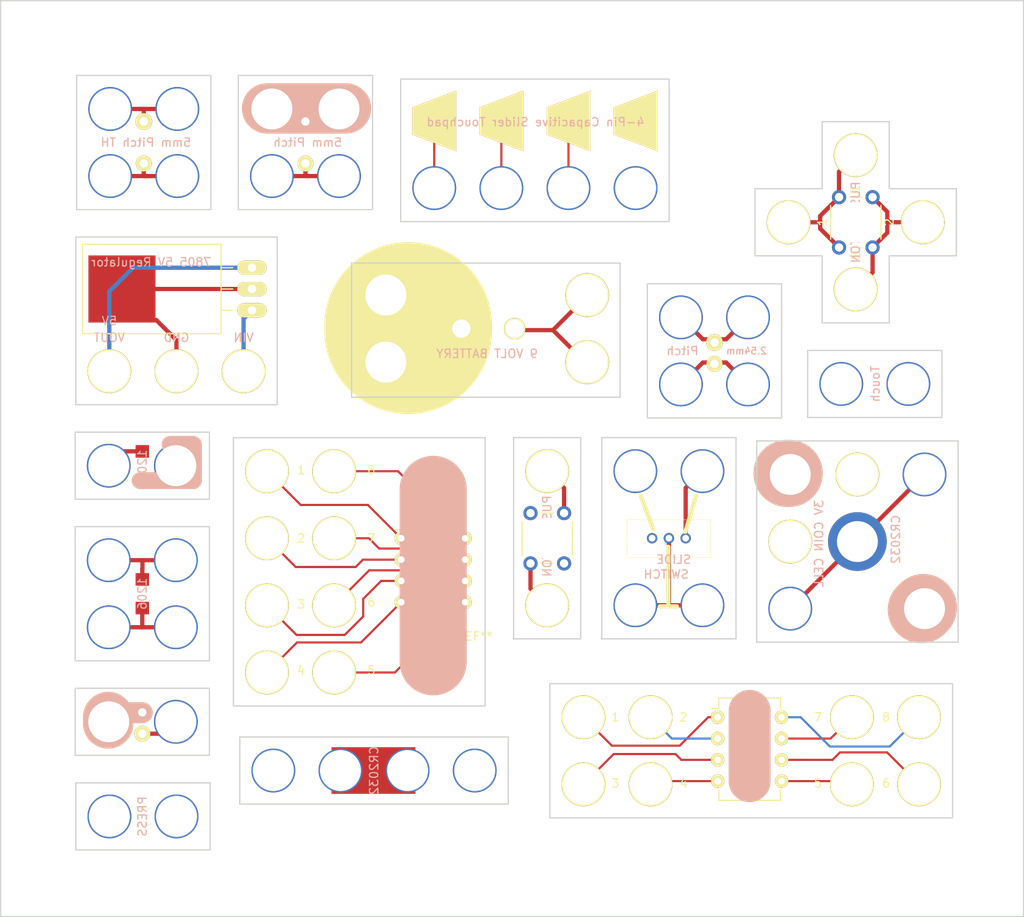
<source format=kicad_pcb>
(kicad_pcb (version 4) (host pcbnew 4.0.1-3.201512221402+6198~38~ubuntu14.04.1-stable)

  (general
    (links 0)
    (no_connects 0)
    (area 22.673848 21.357657 142.700915 121.995001)
    (thickness 1.6)
    (drawings 95)
    (tracks 155)
    (zones 0)
    (modules 18)
    (nets 1)
  )

  (page A4)
  (title_block
    (title "Lego Circuits Demo Panel")
    (date 2016-02-15)
    (rev v1.0)
    (company "Released under the CERN Open Hardware License v1.2")
    (comment 1 "Company: Brown Dog Gadgets")
  )

  (layers
    (0 F.Cu signal)
    (31 B.Cu signal)
    (34 B.Paste user)
    (35 F.Paste user)
    (36 B.SilkS user)
    (37 F.SilkS user)
    (38 B.Mask user)
    (39 F.Mask user)
    (44 Edge.Cuts user)
  )

  (setup
    (last_trace_width 0.508)
    (user_trace_width 0.1524)
    (user_trace_width 0.254)
    (user_trace_width 0.3302)
    (user_trace_width 0.508)
    (user_trace_width 0.762)
    (trace_clearance 0.254)
    (zone_clearance 0.508)
    (zone_45_only no)
    (trace_min 0.1524)
    (segment_width 0.2)
    (edge_width 0.15)
    (via_size 0.6858)
    (via_drill 0.3302)
    (via_min_size 0.6858)
    (via_min_drill 0.3302)
    (user_via 0.6858 0.3302)
    (user_via 0.762 0.4064)
    (user_via 0.8636 0.508)
    (uvia_size 0.762)
    (uvia_drill 0.508)
    (uvias_allowed no)
    (uvia_min_size 0)
    (uvia_min_drill 0)
    (pcb_text_width 0.3)
    (pcb_text_size 1.5 1.5)
    (mod_edge_width 0.15)
    (mod_text_size 1 1)
    (mod_text_width 0.15)
    (pad_size 1.524 1.524)
    (pad_drill 0.762)
    (pad_to_mask_clearance 0.2)
    (aux_axis_origin 0 0)
    (visible_elements FFFCDF7D)
    (pcbplotparams
      (layerselection 0x010f0_80000001)
      (usegerberextensions true)
      (excludeedgelayer true)
      (linewidth 0.100000)
      (plotframeref false)
      (viasonmask false)
      (mode 1)
      (useauxorigin false)
      (hpglpennumber 1)
      (hpglpenspeed 20)
      (hpglpendiameter 15)
      (hpglpenoverlay 2)
      (psnegative false)
      (psa4output false)
      (plotreference true)
      (plotvalue true)
      (plotinvisibletext false)
      (padsonsilk false)
      (subtractmaskfromsilk false)
      (outputformat 1)
      (mirror false)
      (drillshape 0)
      (scaleselection 1)
      (outputdirectory gerbers/))
  )

  (net 0 "")

  (net_class Default "This is the default net class."
    (clearance 0.254)
    (trace_width 0.1524)
    (via_dia 0.6858)
    (via_drill 0.3302)
    (uvia_dia 0.762)
    (uvia_drill 0.508)
  )

  (net_class Power ""
    (clearance 0.3302)
    (trace_width 0.508)
    (via_dia 0.762)
    (via_drill 0.4064)
    (uvia_dia 0.762)
    (uvia_drill 0.508)
  )

  (module Lego_Circuits:SWITCH-0S102011MA1QN1-TH-2x3 (layer F.Cu) (tedit 56C2D48F) (tstamp 56CDBD83)
    (at 103.968 86.968 90)
    (descr "SWITCH SPDT 0S102011MA1QN1 2x3")
    (tags "SWITCH SPDT 0S102011MA1QN1 2x3")
    (fp_text reference REF** (at 0 -12 90) (layer F.SilkS) hide
      (effects (font (size 1 1) (thickness 0.15)))
    )
    (fp_text value "SPDT 3PIN" (at 16 -3.937 90) (layer F.Fab)
      (effects (font (size 1 1) (thickness 0.15)))
    )
    (fp_text user "SLIDE " (at -2.54 -3.81 180) (layer B.SilkS)
      (effects (font (size 1 1) (thickness 0.15)) (justify mirror))
    )
    (fp_line (start 0.762 -2.032) (end 5.08 -0.762) (layer F.SilkS) (width 0.5))
    (fp_line (start 1.016 -5.842) (end 5.08 -7.366) (layer F.SilkS) (width 0.5))
    (fp_line (start -8.128 -4.064) (end -1.016 -4.064) (layer F.SilkS) (width 0.5))
    (fp_line (start -8.128 -5.08) (end -8.128 -3.048) (layer F.SilkS) (width 0.5))
    (fp_line (start -2.3 -9) (end 2.2 -9) (layer F.SilkS) (width 0.0508))
    (fp_line (start -2.3 1) (end -2.3 -9) (layer F.SilkS) (width 0.0508))
    (fp_line (start 2.2 1) (end -2.3 1) (layer F.SilkS) (width 0.0508))
    (fp_line (start 2.2 -9) (end 2.2 1) (layer F.SilkS) (width 0.0508))
    (fp_text user SWITCH (at -4.318 -4.318 180) (layer B.SilkS)
      (effects (font (size 1 1) (thickness 0.15)) (justify mirror))
    )
    (pad 2 thru_hole circle (at 8 -8 90) (size 5.23 5.23) (drill 4.88) (layers *.Cu *.Mask))
    (pad 1 thru_hole circle (at -8 0 90) (size 5.23 5.23) (drill 4.88) (layers *.Cu *.Mask))
    (pad 2 thru_hole circle (at 0 -4 180) (size 1.25 1.25) (drill 0.8) (layers *.Cu *.Mask))
    (pad 1 thru_hole circle (at 0 -2 180) (size 1.25 1.25) (drill 0.8) (layers *.Cu *.Mask))
    (pad 3 thru_hole circle (at 0 -6 180) (size 1.25 1.25) (drill 0.8) (layers *.Cu *.Mask))
    (pad "" np_thru_hole circle (at 0 -8.1 180) (size 1.5 1.5) (drill 1.5) (layers *.Cu *.Mask F.SilkS))
    (pad "" np_thru_hole circle (at 0 0.1 180) (size 1.5 1.5) (drill 1.5) (layers *.Cu *.Mask F.SilkS))
    (pad 3 thru_hole circle (at 8 0 90) (size 5.23 5.23) (drill 4.88) (layers *.Cu *.Mask))
    (pad 1 thru_hole circle (at -8 -8 90) (size 5.23 5.23) (drill 4.88) (layers *.Cu *.Mask))
  )

  (module Lego_Circuits:TO-220-Edge-3x3 (layer F.Cu) (tedit 56C2CC05) (tstamp 56CBD496)
    (at 41.275 59.05)
    (descr "TO-220 Neutral  Horizontal 3x3")
    (tags "TO-220 Neutral 3x3")
    (fp_text reference REF** (at 2.4 -3) (layer F.SilkS) hide
      (effects (font (size 1 1) (thickness 0.15)))
    )
    (fp_text value TO-220_Neutral123_Horizontal_LargePads (at -0.20066 4.24942) (layer F.Fab)
      (effects (font (size 1 1) (thickness 0.15)))
    )
    (fp_text user "7805 5V Regulator" (at -3 -5) (layer B.SilkS)
      (effects (font (size 1 1) (thickness 0.15)) (justify mirror))
    )
    (fp_line (start 5.317 0.74) (end 6.714 0.74) (layer F.SilkS) (width 0.15))
    (fp_line (start 5.317 -1.8) (end 6.714 -1.8) (layer F.SilkS) (width 0.15))
    (fp_line (start 5.317 -4.34) (end 6.714 -4.34) (layer F.SilkS) (width 0.15))
    (fp_line (start -3.192 -7.134) (end -11.193 -7.134) (layer F.SilkS) (width 0.15))
    (fp_line (start -11.193 -7.134) (end -11.193 3.534) (layer F.SilkS) (width 0.15))
    (fp_line (start -11.193 3.534) (end -3.192 3.534) (layer F.SilkS) (width 0.15))
    (fp_line (start 5.317 -7.134) (end -3.192 -7.134) (layer F.SilkS) (width 0.15))
    (fp_line (start -3.192 3.534) (end 5.317 3.534) (layer F.SilkS) (width 0.15))
    (fp_line (start 5.317 -1.8) (end 5.317 3.534) (layer F.SilkS) (width 0.15))
    (fp_line (start 5.317 -1.8) (end 5.317 -7.134) (layer F.SilkS) (width 0.15))
    (fp_text user VIN (at 8 4) (layer B.SilkS)
      (effects (font (size 1 1) (thickness 0.15)) (justify mirror))
    )
    (fp_text user GND (at 0 4) (layer B.SilkS)
      (effects (font (size 1 1) (thickness 0.15)) (justify mirror))
    )
    (fp_text user VOUT (at -8 4) (layer B.SilkS)
      (effects (font (size 1 1) (thickness 0.15)) (justify mirror))
    )
    (fp_text user 5V (at -8 2) (layer B.SilkS)
      (effects (font (size 1 1) (thickness 0.15)) (justify mirror))
    )
    (pad 2 thru_hole oval (at 9 -1.8 180) (size 3.50012 1.69926) (drill 1.00076) (layers *.Cu *.Mask F.SilkS))
    (pad 1 thru_hole oval (at 9 0.74 180) (size 3.50012 1.69926) (drill 1.00076) (layers *.Cu *.Mask F.SilkS))
    (pad 3 thru_hole oval (at 9 -4.34 180) (size 3.50012 1.69926) (drill 1.00076) (layers *.Cu *.Mask F.SilkS))
    (pad GND smd rect (at -6.494 -1.8 180) (size 8 8) (layers F.Cu F.Paste F.Mask))
    (pad 3 thru_hole circle (at -8 8 90) (size 5.23 5.23) (drill 4.88) (layers *.Cu *.Mask F.SilkS))
    (pad 1 thru_hole circle (at 8 8 90) (size 5.23 5.23) (drill 4.88) (layers *.Cu *.Mask F.SilkS))
    (pad 2 thru_hole circle (at 0 8 90) (size 5.23 5.23) (drill 4.88) (layers *.Cu *.Mask F.SilkS))
  )

  (module Lego_Circuits:CR2032-3x3-B (layer F.Cu) (tedit 56C2D03E) (tstamp 56CBDE1C)
    (at 122.434 87.366 270)
    (descr "CR2032 COIN CELL 3x3")
    (tags "CR2032 COIN CELL 3x3")
    (fp_text reference REF** (at 0 -16 270) (layer F.SilkS) hide
      (effects (font (size 1 1) (thickness 0.15)))
    )
    (fp_text value CR2032 (at 0 -16 270) (layer F.Fab)
      (effects (font (size 1 1) (thickness 0.15)))
    )
    (fp_text user CR2032 (at -0.254 -4.572 270) (layer B.SilkS)
      (effects (font (size 1 1) (thickness 0.15)) (justify mirror))
    )
    (fp_line (start -8.128 8.128) (end -8.128 8.382) (layer F.SilkS) (width 8))
    (fp_line (start 7.874 -7.874) (end 8.128 -7.62) (layer B.SilkS) (width 8))
    (fp_line (start 7.874 -7.874) (end 8.128 -7.62) (layer F.SilkS) (width 8))
    (fp_line (start -8.128 8.128) (end -8.128 8.382) (layer B.SilkS) (width 8))
    (fp_text user "3V COIN CELL" (at 0.254 4.572 270) (layer B.SilkS)
      (effects (font (size 1 1) (thickness 0.15)) (justify mirror))
    )
    (pad GND thru_hole circle (at 0 0 270) (size 7 7) (drill 4.88) (layers *.Cu *.Mask))
    (pad "" np_thru_hole circle (at -8 0 270) (size 5.23 5.23) (drill 4.88) (layers *.Cu *.Mask F.SilkS))
    (pad + thru_hole circle (at 8 -8 270) (size 5.23 5.23) (drill 4.88) (layers *.Cu *.Mask))
    (pad GND thru_hole circle (at -8 -8 270) (size 5.23 5.23) (drill 4.88) (layers *.Cu *.Mask))
    (pad + thru_hole circle (at -8 8 270) (size 5.23 5.23) (drill 4.88) (layers *.Cu *.Mask))
    (pad GND thru_hole circle (at 8 8 270) (size 5.23 5.23) (drill 4.88) (layers *.Cu *.Mask))
    (pad "" np_thru_hole circle (at 0 -8 270) (size 4.88 4.88) (drill 4.88) (layers *.Cu *.Mask F.SilkS))
    (pad "" np_thru_hole circle (at 8 0 270) (size 4.88 4.88) (drill 4.88) (layers *.Cu *.Mask))
    (pad "" np_thru_hole circle (at 0 8 270) (size 5.23 5.23) (drill 4.88) (layers *.Cu *.Mask F.SilkS))
  )

  (module Lego_Circuits:SWITCH-RS-032G05A3-SMT-1x2 (layer F.Cu) (tedit 56C2D338) (tstamp 56CD99E4)
    (at 41.285 120.145 180)
    (descr "RS-032G05A3 Press Switch 1x2")
    (tags "RS-032G05A3 Press Switch 1x2")
    (fp_text reference REF** (at 4 -5 180) (layer F.SilkS) hide
      (effects (font (size 1 1) (thickness 0.15)))
    )
    (fp_text value RS-032G05A3 (at 16 -3.937 180) (layer F.Fab)
      (effects (font (size 1 1) (thickness 0.15)))
    )
    (fp_text user PRESS (at 4.064 0 270) (layer B.SilkS)
      (effects (font (size 1 1) (thickness 0.15)) (justify mirror))
    )
    (fp_line (start 3 1) (end 5 1) (layer F.SilkS) (width 0.0508))
    (fp_line (start 3 -1) (end 5 -1) (layer F.SilkS) (width 0.0508))
    (pad 2 thru_hole circle (at 8 0 180) (size 5.23 5.23) (drill 4.88) (layers *.Cu *.Mask))
    (pad 1 thru_hole circle (at 0 0 180) (size 5.23 5.23) (drill 4.88) (layers *.Cu *.Mask))
  )

  (module Lego_Circuits:GENERIC-SMT-1206-2x2-CENTER (layer F.Cu) (tedit 56C2D6B8) (tstamp 56D2BDE2)
    (at 37.205 93.59)
    (descr "1206 surface mount centered 2x2")
    (fp_text reference REF** (at 0 8.266563) (layer F.SilkS) hide
      (effects (font (size 1 1) (thickness 0.15)))
    )
    (fp_text value 1206-SMT-3x3 (at 0 10) (layer F.Fab)
      (effects (font (size 1 1) (thickness 0.15)))
    )
    (fp_text user 1206 (at 0 0 90) (layer B.SilkS)
      (effects (font (size 1 1) (thickness 0.15)) (justify mirror))
    )
    (pad 1 smd rect (at 0 -1.71) (size 1.6 1.5) (layers F.Cu F.Paste F.Mask))
    (pad 2 thru_hole circle (at -4 4) (size 5.23 5.23) (drill 4.88) (layers *.Cu *.Mask))
    (pad 1 thru_hole circle (at -4 -4) (size 5.23 5.23) (drill 4.88) (layers *.Cu *.Mask))
    (pad 1 thru_hole circle (at 4 -4) (size 5.23 5.23) (drill 4.88) (layers *.Cu *.Mask))
    (pad 2 thru_hole circle (at 4 4) (size 5.23 5.23) (drill 4.88) (layers *.Cu *.Mask))
    (pad 1 smd rect (at 0 1.71) (size 1.6 1.5) (layers F.Cu F.Paste F.Mask))
  )

  (module Lego_Circuits:GENERIC-2.54MM-TH-1x2-CENTER-POLARIZED (layer F.Cu) (tedit 56C2DD03) (tstamp 56D62B0B)
    (at 37.205 112.86)
    (descr "2.54mm pitch through hole polarized 1x2")
    (fp_text reference REF** (at 0 0) (layer F.SilkS) hide
      (effects (font (size 1 1) (thickness 0.15)))
    )
    (fp_text value GENERIC-TH-2.54MM-PITCH (at 0 10) (layer F.Fab)
      (effects (font (size 1 1) (thickness 0.15)))
    )
    (fp_line (start -4.064 -5.08) (end 0 -5.08) (layer B.SilkS) (width 2.5))
    (fp_line (start -4.064 -3.81) (end -4.064 -4.572) (layer B.SilkS) (width 6))
    (fp_line (start -4.064 -3.81) (end -4.064 -4.318) (layer B.SilkS) (width 6))
    (fp_line (start -4.064 -5.08) (end 0 -5.08) (layer F.SilkS) (width 2.5))
    (fp_line (start -4.064 -3.81) (end -4.064 -4.318) (layer F.SilkS) (width 6))
    (fp_line (start -4.064 -3.81) (end -4.064 -4.572) (layer F.SilkS) (width 6))
    (pad + thru_hole circle (at 0 -5.12) (size 2 2) (drill 1.00076) (layers *.Cu *.Mask F.SilkS))
    (pad - thru_hole circle (at 0 -2.58 270) (size 1.9 1.9) (drill 1.00076) (layers *.Cu *.Mask F.SilkS))
    (pad + thru_hole circle (at -4 -4) (size 5.23 5.23) (drill 4.88) (layers *.Cu *.Mask))
    (pad - thru_hole circle (at 4 -4) (size 5.23 5.23) (drill 4.88) (layers *.Cu *.Mask))
  )

  (module Lego_Circuits:GENERIC-2.54MM-TH-2x2-CENTER (layer F.Cu) (tedit 56C2DC4C) (tstamp 56D7DB68)
    (at 105.4 64.632)
    (descr "2.54mm pitch through hole centered 2x2")
    (fp_text reference REF** (at 0 8.266563) (layer F.SilkS) hide
      (effects (font (size 1 1) (thickness 0.15)))
    )
    (fp_text value GENERIC-TH-2.54MM-PITCH (at 0 10) (layer F.Fab)
      (effects (font (size 1 1) (thickness 0.15)))
    )
    (fp_text user Pitch (at -3.81 0) (layer B.SilkS)
      (effects (font (size 1 1) (thickness 0.15)) (justify mirror))
    )
    (fp_text user 2.54mm (at 3.81 0) (layer B.SilkS)
      (effects (font (size 0.8 0.8) (thickness 0.15)) (justify mirror))
    )
    (pad 1 thru_hole circle (at 0 -1) (size 2 2) (drill 1.00076) (layers *.Cu *.Mask F.SilkS))
    (pad 2 thru_hole circle (at 0 1.54 270) (size 1.9 1.9) (drill 1.00076) (layers *.Cu *.Mask F.SilkS))
    (pad 2 thru_hole circle (at -4 4) (size 5.23 5.23) (drill 4.88) (layers *.Cu *.Mask))
    (pad 1 thru_hole circle (at -4 -4) (size 5.23 5.23) (drill 4.88) (layers *.Cu *.Mask))
    (pad 1 thru_hole circle (at 4 -4) (size 5.23 5.23) (drill 4.88) (layers *.Cu *.Mask))
    (pad 2 thru_hole circle (at 4 4) (size 5.23 5.23) (drill 4.88) (layers *.Cu *.Mask))
  )

  (module Lego_Circuits:GENERIC-SMT-1206-1x2-CENTER (layer F.Cu) (tedit 56C2DDA0) (tstamp 56DB4025)
    (at 37.205 78.32)
    (descr "1206 surface mount centered 1x2")
    (fp_text reference REF** (at 0 8.266563) (layer F.SilkS) hide
      (effects (font (size 1 1) (thickness 0.15)))
    )
    (fp_text value GENERIC-SMT-1206-1x2-CENTER (at 0 10) (layer F.Fab)
      (effects (font (size 1 1) (thickness 0.15)))
    )
    (fp_text user 1206 (at 0 0 90) (layer B.SilkS)
      (effects (font (size 1 1) (thickness 0.15)) (justify mirror))
    )
    (fp_line (start -0.254 1.778) (end 6.096 1.778) (layer F.SilkS) (width 2))
    (fp_line (start 6.096 1.778) (end 6.096 -2.286) (layer B.SilkS) (width 2))
    (fp_line (start 6.096 -2.54) (end 3.302 -2.54) (layer B.SilkS) (width 2))
    (fp_line (start 6.096 -2.54) (end 3.302 -2.54) (layer F.SilkS) (width 2))
    (fp_line (start 6.096 1.778) (end 6.096 -2.286) (layer F.SilkS) (width 2))
    (fp_line (start -0.254 1.778) (end 6.096 1.778) (layer B.SilkS) (width 2))
    (pad - smd rect (at 0 -1.71) (size 1.6 1.5) (layers F.Cu F.Paste F.Mask))
    (pad - thru_hole circle (at -4 0) (size 5.23 5.23) (drill 4.88) (layers *.Cu *.Mask))
    (pad + thru_hole circle (at 4 0) (size 5.23 5.23) (drill 4.88) (layers *.Cu *.Mask))
    (pad + smd rect (at 0 1.71) (size 1.6 1.5) (layers F.Cu F.Paste F.Mask))
  )

  (module Lego_Circuits:CAPSENSE-1x2 (layer F.Cu) (tedit 56C2DE2C) (tstamp 56DCFBE1)
    (at 120.51 68.57)
    (descr "Capsense Touch Pad 1x2")
    (tags "Capsense Touch Pad 1x2")
    (fp_text reference REF** (at 0 -8) (layer F.SilkS) hide
      (effects (font (size 1 1) (thickness 0.15)))
    )
    (fp_text value CAPSENSE-1x2 (at 16 -3.937) (layer F.Fab)
      (effects (font (size 1 1) (thickness 0.15)))
    )
    (fp_text user Touch (at 4.064 0 90) (layer B.SilkS)
      (effects (font (size 1 1) (thickness 0.15)) (justify mirror))
    )
    (pad 1 thru_hole circle (at 0 0) (size 5.23 5.23) (drill 4.88) (layers *.Cu *.Mask))
    (pad 2 thru_hole circle (at 8 0) (size 5.23 5.23) (drill 4.88) (layers *.Cu *.Mask))
  )

  (module Lego_Circuits:CAPSENSE-SLIDE-2x4 (layer F.Cu) (tedit 56C2DE66) (tstamp 56DEB093)
    (at 96 45.215 90)
    (descr "Touch Sensor Capsense Slider 4x2")
    (tags "Touch Sensor Capsense Slider 4x2")
    (fp_text reference REF** (at 0 -32 90) (layer F.SilkS) hide
      (effects (font (size 1 1) (thickness 0.15)))
    )
    (fp_text value CAPSENSE-4PIN-SLIDER (at 16 -3.937 90) (layer F.Fab)
      (effects (font (size 1 1) (thickness 0.15)))
    )
    (fp_text user "4-Pin Capacitive Slider Touchpad" (at 7.874 -11.938 180) (layer B.SilkS)
      (effects (font (size 1 1) (thickness 0.15)) (justify mirror))
    )
    (pad 4 thru_hole circle (at 0 0 90) (size 5.23 5.23) (drill 4.88) (layers *.Cu *.Mask))
    (pad 3 thru_hole circle (at 0 -8 90) (size 5.23 5.23) (drill 4.88) (layers *.Cu *.Mask))
    (pad 2 thru_hole circle (at 0 -16 90) (size 5.23 5.23) (drill 4.88) (layers *.Cu *.Mask))
    (pad 1 thru_hole circle (at 0 -24 90) (size 5.23 5.23) (drill 4.88) (layers *.Cu *.Mask))
    (pad 1 smd trapezoid (at 8 -24 90) (size 5.23 5.23) (rect_delta 0 2 ) (layers F.Cu F.SilkS))
    (pad 2 smd trapezoid (at 8 -16 90) (size 5.23 5.23) (rect_delta 0 2 ) (layers F.Cu F.SilkS))
    (pad 3 smd trapezoid (at 8 -8 90) (size 5.23 5.23) (rect_delta 0 2 ) (layers F.Cu F.SilkS))
    (pad 4 smd trapezoid (at 8 0 90) (size 5.23 5.23) (rect_delta 0 2 ) (layers F.Cu F.SilkS))
    (model LEDs.3dshapes/LED-5MM.wrl
      (at (xyz 0.05 0 0))
      (scale (xyz 1 1 1))
      (rotate (xyz 0 0 90))
    )
  )

  (module Lego_Circuits:DIP8-BRIDGE-2x6 (layer F.Cu) (tedit 56C2E02B) (tstamp 56E06F12)
    (at 105.78 108.318)
    (descr "8-lead dip package, row spacing 7.62 mm (300 mils)")
    (tags "dil dip 2.54 300")
    (fp_text reference REF** (at 0 -5.22) (layer F.SilkS) hide
      (effects (font (size 1 1) (thickness 0.15)))
    )
    (fp_text value DIP-8_W7.62mm (at 0 -3.72) (layer F.Fab)
      (effects (font (size 1 1) (thickness 0.15)))
    )
    (fp_line (start 3.81 -0.762) (end 3.81 7.62) (layer B.SilkS) (width 5))
    (fp_text user 1 (at -12.192 0) (layer F.SilkS)
      (effects (font (size 1 1) (thickness 0.15)))
    )
    (fp_line (start -1.05 -2.45) (end -1.05 10.1) (layer F.CrtYd) (width 0.05))
    (fp_line (start 8.65 -2.45) (end 8.65 10.1) (layer F.CrtYd) (width 0.05))
    (fp_line (start -1.05 -2.45) (end 8.65 -2.45) (layer F.CrtYd) (width 0.05))
    (fp_line (start -1.05 10.1) (end 8.65 10.1) (layer F.CrtYd) (width 0.05))
    (fp_line (start 0.135 -2.295) (end 0.135 -1.025) (layer F.SilkS) (width 0.15))
    (fp_line (start 7.485 -2.295) (end 7.485 -1.025) (layer F.SilkS) (width 0.15))
    (fp_line (start 7.485 9.915) (end 7.485 8.645) (layer F.SilkS) (width 0.15))
    (fp_line (start 0.135 9.915) (end 0.135 8.645) (layer F.SilkS) (width 0.15))
    (fp_line (start 0.135 -2.295) (end 7.485 -2.295) (layer F.SilkS) (width 0.15))
    (fp_line (start 0.135 9.915) (end 7.485 9.915) (layer F.SilkS) (width 0.15))
    (fp_line (start 0.135 -1.025) (end -0.8 -1.025) (layer F.SilkS) (width 0.15))
    (fp_text user 2 (at -4.064 0) (layer F.SilkS)
      (effects (font (size 1 1) (thickness 0.15)))
    )
    (fp_text user 3 (at -12.192 7.874) (layer F.SilkS)
      (effects (font (size 1 1) (thickness 0.15)))
    )
    (fp_text user 4 (at -4.064 7.874) (layer F.SilkS)
      (effects (font (size 1 1) (thickness 0.15)))
    )
    (fp_text user 7 (at 11.938 0) (layer F.SilkS)
      (effects (font (size 1 1) (thickness 0.15)))
    )
    (fp_text user 8 (at 20.066 0) (layer F.SilkS)
      (effects (font (size 1 1) (thickness 0.15)))
    )
    (fp_text user 5 (at 11.938 7.874) (layer F.SilkS)
      (effects (font (size 1 1) (thickness 0.15)))
    )
    (fp_text user 6 (at 20.066 7.874) (layer F.SilkS)
      (effects (font (size 1 1) (thickness 0.15)))
    )
    (pad 1 thru_hole oval (at 0 0) (size 1.6 1.6) (drill 0.8) (layers *.Cu *.Mask F.SilkS))
    (pad 2 thru_hole oval (at 0 2.54) (size 1.6 1.6) (drill 0.8) (layers *.Cu *.Mask F.SilkS))
    (pad 3 thru_hole oval (at 0 5.08) (size 1.6 1.6) (drill 0.8) (layers *.Cu *.Mask F.SilkS))
    (pad 4 thru_hole oval (at 0 7.62) (size 1.6 1.6) (drill 0.8) (layers *.Cu *.Mask F.SilkS))
    (pad 5 thru_hole oval (at 7.62 7.62) (size 1.6 1.6) (drill 0.8) (layers *.Cu *.Mask F.SilkS))
    (pad 6 thru_hole oval (at 7.62 5.08) (size 1.6 1.6) (drill 0.8) (layers *.Cu *.Mask F.SilkS))
    (pad 7 thru_hole oval (at 7.62 2.54) (size 1.6 1.6) (drill 0.8) (layers *.Cu *.Mask F.SilkS))
    (pad 8 thru_hole oval (at 7.62 0) (size 1.6 1.6) (drill 0.8) (layers *.Cu *.Mask F.SilkS))
    (pad 4 thru_hole circle (at -8 8) (size 5.23 5.23) (drill 4.88) (layers *.Cu *.Mask F.SilkS))
    (pad 2 thru_hole circle (at -8 0) (size 5.23 5.23) (drill 4.88) (layers *.Cu *.Mask F.SilkS))
    (pad 1 thru_hole circle (at -16 0) (size 5.23 5.23) (drill 4.88) (layers *.Cu *.Mask F.SilkS))
    (pad 3 thru_hole circle (at -16 8) (size 5.23 5.23) (drill 4.88) (layers *.Cu *.Mask F.SilkS))
    (pad 7 thru_hole circle (at 16 0) (size 5.23 5.23) (drill 4.88) (layers *.Cu *.Mask F.SilkS))
    (pad 5 thru_hole circle (at 16 8) (size 5.23 5.23) (drill 4.88) (layers *.Cu *.Mask F.SilkS))
    (pad 6 thru_hole circle (at 24 8) (size 5.23 5.23) (drill 4.88) (layers *.Cu *.Mask F.SilkS))
    (pad 8 thru_hole circle (at 24 0) (size 5.23 5.23) (drill 4.88) (layers *.Cu *.Mask F.SilkS))
    (model Housings_DIP.3dshapes/DIP-8_W7.62mm.wrl
      (at (xyz 0 0 0))
      (scale (xyz 1 1 1))
      (rotate (xyz 0 0 0))
    )
  )

  (module Lego_Circuits:DIP8-EDGE-4x4 (layer F.Cu) (tedit 56C2DFA5) (tstamp 56E22003)
    (at 68.066 86.98)
    (descr "8-lead dip package, row spacing 7.62 mm (300 mils)")
    (tags "dil dip 2.54 300")
    (fp_text reference REF** (at 0 -5.22) (layer F.SilkS) hide
      (effects (font (size 1 1) (thickness 0.15)))
    )
    (fp_text value DIP-8_W7.62mm (at 0 -3.72) (layer F.Fab)
      (effects (font (size 1 1) (thickness 0.15)))
    )
    (fp_line (start 3.81 14.732) (end 3.81 -5.842) (layer B.SilkS) (width 8))
    (fp_text user 1 (at -11.938 -8.128) (layer F.SilkS)
      (effects (font (size 1 1) (thickness 0.15)))
    )
    (fp_line (start -1.05 -2.45) (end -1.05 10.1) (layer F.CrtYd) (width 0.05))
    (fp_line (start 8.65 -2.45) (end 8.65 10.1) (layer F.CrtYd) (width 0.05))
    (fp_line (start -1.05 -2.45) (end 8.65 -2.45) (layer F.CrtYd) (width 0.05))
    (fp_line (start -1.05 10.1) (end 8.65 10.1) (layer F.CrtYd) (width 0.05))
    (fp_line (start 0.135 -2.295) (end 0.135 -1.025) (layer F.SilkS) (width 0.15))
    (fp_line (start 7.485 -2.295) (end 7.485 -1.025) (layer F.SilkS) (width 0.15))
    (fp_line (start 7.485 9.915) (end 7.485 8.645) (layer F.SilkS) (width 0.15))
    (fp_line (start 0.135 9.915) (end 0.135 8.645) (layer F.SilkS) (width 0.15))
    (fp_line (start 0.135 -2.295) (end 7.485 -2.295) (layer F.SilkS) (width 0.15))
    (fp_line (start 0.135 9.915) (end 7.485 9.915) (layer F.SilkS) (width 0.15))
    (fp_line (start 0.135 -1.025) (end -0.8 -1.025) (layer F.SilkS) (width 0.15))
    (fp_text user 8 (at -3.556 -8.128) (layer F.SilkS)
      (effects (font (size 1 1) (thickness 0.15)))
    )
    (fp_text user 2 (at -11.938 0) (layer F.SilkS)
      (effects (font (size 1 1) (thickness 0.15)))
    )
    (fp_text user 3 (at -11.938 7.874) (layer F.SilkS)
      (effects (font (size 1 1) (thickness 0.15)))
    )
    (fp_text user 4 (at -11.938 15.748) (layer F.SilkS)
      (effects (font (size 1 1) (thickness 0.15)))
    )
    (fp_text user 5 (at -3.556 15.748) (layer F.SilkS)
      (effects (font (size 1 1) (thickness 0.15)))
    )
    (fp_text user 6 (at -3.556 7.62) (layer F.SilkS)
      (effects (font (size 1 1) (thickness 0.15)))
    )
    (fp_text user 7 (at -3.556 0) (layer F.SilkS)
      (effects (font (size 1 1) (thickness 0.15)))
    )
    (pad 1 thru_hole oval (at 0 0) (size 1.6 1.6) (drill 0.8) (layers *.Cu *.Mask F.SilkS))
    (pad 2 thru_hole oval (at 0 2.54) (size 1.6 1.6) (drill 0.8) (layers *.Cu *.Mask F.SilkS))
    (pad 3 thru_hole oval (at 0 5.08) (size 1.6 1.6) (drill 0.8) (layers *.Cu *.Mask F.SilkS))
    (pad 4 thru_hole oval (at 0 7.62) (size 1.6 1.6) (drill 0.8) (layers *.Cu *.Mask F.SilkS))
    (pad 5 thru_hole oval (at 7.62 7.62) (size 1.6 1.6) (drill 0.8) (layers *.Cu *.Mask F.SilkS))
    (pad 6 thru_hole oval (at 7.62 5.08) (size 1.6 1.6) (drill 0.8) (layers *.Cu *.Mask F.SilkS))
    (pad 7 thru_hole oval (at 7.62 2.54) (size 1.6 1.6) (drill 0.8) (layers *.Cu *.Mask F.SilkS))
    (pad 8 thru_hole oval (at 7.62 0) (size 1.6 1.6) (drill 0.8) (layers *.Cu *.Mask F.SilkS))
    (pad 4 thru_hole circle (at -16 16) (size 5.23 5.23) (drill 4.88) (layers *.Cu *.Mask F.SilkS))
    (pad 2 thru_hole circle (at -16 0) (size 5.23 5.23) (drill 4.88) (layers *.Cu *.Mask F.SilkS))
    (pad 1 thru_hole circle (at -16 -8) (size 5.23 5.23) (drill 4.88) (layers *.Cu *.Mask F.SilkS))
    (pad 3 thru_hole circle (at -16 8) (size 5.23 5.23) (drill 4.88) (layers *.Cu *.Mask F.SilkS))
    (pad 7 thru_hole circle (at -8 0) (size 5.23 5.23) (drill 4.88) (layers *.Cu *.Mask F.SilkS))
    (pad 5 thru_hole circle (at -8 16) (size 5.23 5.23) (drill 4.88) (layers *.Cu *.Mask F.SilkS))
    (pad 6 thru_hole circle (at -8 8) (size 5.23 5.23) (drill 4.88) (layers *.Cu *.Mask F.SilkS))
    (pad 8 thru_hole circle (at -8 -8) (size 5.23 5.23) (drill 4.88) (layers *.Cu *.Mask F.SilkS))
    (model Housings_DIP.3dshapes/DIP-8_W7.62mm.wrl
      (at (xyz 0 0 0))
      (scale (xyz 1 1 1))
      (rotate (xyz 0 0 0))
    )
  )

  (module Lego_Circuits:CR2032-1x4 (layer F.Cu) (tedit 56C2CCFF) (tstamp 56C537C8)
    (at 68.824 114.672)
    (descr "CR2032 1x4")
    (tags "CR2032 COIN CELL 1x4")
    (fp_text reference REF** (at 8 -16) (layer F.SilkS)
      (effects (font (size 1 1) (thickness 0.15)))
    )
    (fp_text value CR2032 (at 0 -16) (layer F.Fab)
      (effects (font (size 1 1) (thickness 0.15)))
    )
    (fp_text user CR2032 (at -4 0 90) (layer B.SilkS)
      (effects (font (size 1 1) (thickness 0.15)) (justify mirror))
    )
    (pad GND thru_hole circle (at 0 0) (size 5.23 5.23) (drill 4.88) (layers *.Cu *.Mask))
    (pad GND thru_hole circle (at -8 0) (size 5.23 5.23) (drill 4.88) (layers *.Cu *.Mask))
    (pad 1 thru_hole circle (at -16 0) (size 5.23 5.23) (drill 4.88) (layers *.Cu *.Mask))
    (pad 1 thru_hole circle (at 8 0) (size 5.23 5.23) (drill 4.88) (layers *.Cu *.Mask))
    (pad GND smd rect (at -4.068 0) (size 10 5.56) (layers F.Cu F.Paste F.Mask))
  )

  (module Lego_Circuits:BUTTON-3x3-TH-OMRON-B3F-1XXX (layer F.Cu) (tedit 56C37E40) (tstamp 56C6EC36)
    (at 122.23 49.29 90)
    (descr "BUTTON 3x3 TH OMRON B3F-1XXX")
    (tags "Omron B3F-10xx")
    (fp_text reference REF** (at 0 -16 90) (layer F.SilkS) hide
      (effects (font (size 1 1) (thickness 0.15)))
    )
    (fp_text value BUTTON-3x3-TH-OMRON-B3F-1XXX (at -24 -16 180) (layer F.Fab)
      (effects (font (size 1 1) (thickness 0.15)))
    )
    (fp_text user 1 (at 0 -4 90) (layer F.SilkS)
      (effects (font (size 1 1) (thickness 0.15)))
    )
    (fp_text user PUSHBUTTON (at 0 0 90) (layer B.SilkS)
      (effects (font (size 1 1) (thickness 0.15)) (justify mirror))
    )
    (fp_circle (center -0.0066 0.0142) (end 0.9934 1.0142) (layer F.SilkS) (width 0.15))
    (fp_line (start -2.0066 3.0142) (end 1.9934 3.0142) (layer F.SilkS) (width 0.15))
    (fp_line (start -2.0066 -2.9858) (end 1.9934 -2.9858) (layer F.SilkS) (width 0.15))
    (fp_line (start -3.0066 0.7642) (end -3.0066 -0.7358) (layer F.SilkS) (width 0.15))
    (fp_line (start 2.9934 -0.7358) (end 2.9934 0.7642) (layer F.SilkS) (width 0.15))
    (fp_line (start -3.0066 0.0142) (end -3.0066 0.0142) (layer F.SilkS) (width 0))
    (fp_line (start 1.9934 3.0142) (end -2.0066 3.0142) (layer F.SilkS) (width 0))
    (fp_line (start 1.9934 -2.9858) (end -2.0066 -2.9858) (layer F.SilkS) (width 0))
    (fp_line (start 2.9934 0.0142) (end 2.9934 0.0142) (layer F.SilkS) (width 0))
    (fp_circle (center -0.0066 0.0142) (end 0.9934 1.0142) (layer F.SilkS) (width 0))
    (fp_text user 1 (at 4 0 90) (layer F.SilkS)
      (effects (font (size 1 1) (thickness 0.15)))
    )
    (fp_text user 2 (at 0 4 90) (layer F.SilkS)
      (effects (font (size 1 1) (thickness 0.15)))
    )
    (fp_text user 2 (at -4 0 90) (layer F.SilkS)
      (effects (font (size 1 1) (thickness 0.15)))
    )
    (pad 2 thru_hole circle (at 2.9934 2.0142 90) (size 1.7 1.7) (drill 1) (layers *.Cu *.Mask))
    (pad 2 thru_hole circle (at -3.0066 2.0142 90) (size 1.7 1.7) (drill 1) (layers *.Cu *.Mask))
    (pad 1 thru_hole circle (at 2.9934 -1.9858 90) (size 1.7 1.7) (drill 1) (layers *.Cu *.Mask))
    (pad 1 thru_hole circle (at -3.0066 -1.9858 90) (size 1.7 1.7) (drill 1) (layers *.Cu *.Mask))
    (pad "" np_thru_hole circle (at 0 0 90) (size 4.88 4.88) (drill 4.88) (layers *.Cu *.Mask F.SilkS))
    (pad 1 thru_hole circle (at 0 -8 90) (size 5.23 5.23) (drill 4.88) (layers *.Cu *.Mask F.SilkS))
    (pad 2 thru_hole circle (at -8 0 90) (size 5.23 5.23) (drill 4.88) (layers *.Cu *.Mask F.SilkS))
    (pad 1 thru_hole circle (at 8 0 90) (size 5.23 5.23) (drill 4.88) (layers *.Cu *.Mask F.SilkS))
    (pad 2 thru_hole circle (at 0 8 90) (size 5.23 5.23) (drill 4.88) (layers *.Cu *.Mask F.SilkS))
  )

  (module Lego_Circuits:GENERIC-5MM-TH-2x2-CENTER (layer F.Cu) (tedit 56C2DB0F) (tstamp 56C89E8D)
    (at 37.38 39.78)
    (descr "5mm pitch through hole centered")
    (fp_text reference REF** (at 0 8.266563) (layer F.SilkS) hide
      (effects (font (size 1 1) (thickness 0.15)))
    )
    (fp_text value GENERIC-TH-5MM-PITCH (at 0 10) (layer F.Fab)
      (effects (font (size 1 1) (thickness 0.15)))
    )
    (fp_text user "5mm Pitch TH" (at 0.254 0) (layer B.SilkS)
      (effects (font (size 1 1) (thickness 0.15)) (justify mirror))
    )
    (pad 1 thru_hole circle (at 0 -2.5) (size 2 2) (drill 1.00076) (layers *.Cu *.Mask F.SilkS))
    (pad 2 thru_hole circle (at 0 2.5 270) (size 1.9 1.9) (drill 1.00076) (layers *.Cu *.Mask F.SilkS))
    (pad 2 thru_hole circle (at -4 4) (size 5.23 5.23) (drill 4.88) (layers *.Cu *.Mask))
    (pad 1 thru_hole circle (at -4 -4) (size 5.23 5.23) (drill 4.88) (layers *.Cu *.Mask))
    (pad 1 thru_hole circle (at 4 -4) (size 5.23 5.23) (drill 4.88) (layers *.Cu *.Mask))
    (pad 2 thru_hole circle (at 4 4) (size 5.23 5.23) (drill 4.88) (layers *.Cu *.Mask))
  )

  (module Lego_Circuits:GENERIC-5MM-TH-2x2-CENTER-POLARIZED (layer F.Cu) (tedit 56C2DD5A) (tstamp 56CA517C)
    (at 56.65 39.78)
    (descr "5mm pitch through hole center polarized")
    (fp_text reference REF** (at 0 8.266563) (layer F.SilkS) hide
      (effects (font (size 1 1) (thickness 0.15)))
    )
    (fp_text value GENERIC-TH-5MM-PITCH-POL (at 0 10) (layer F.Fab)
      (effects (font (size 1 1) (thickness 0.15)))
    )
    (fp_line (start 4.826 -4.064) (end -4.572 -4.064) (layer B.SilkS) (width 6))
    (fp_text user "5mm Pitch" (at 0.254 0) (layer B.SilkS)
      (effects (font (size 1 1) (thickness 0.15)) (justify mirror))
    )
    (fp_line (start 4.826 -4.064) (end -4.572 -4.064) (layer F.SilkS) (width 6))
    (pad + thru_hole circle (at 0 -2.5) (size 2 2) (drill 1.00076) (layers *.Cu *.Mask F.SilkS))
    (pad - thru_hole circle (at 0 2.5 270) (size 1.9 1.9) (drill 1.00076) (layers *.Cu *.Mask F.SilkS))
    (pad - thru_hole circle (at -4 4) (size 5.23 5.23) (drill 4.88) (layers *.Cu *.Mask))
    (pad + thru_hole circle (at -4 -4) (size 5.23 5.23) (drill 4.88) (layers *.Cu *.Mask))
    (pad + thru_hole circle (at 4 -4) (size 5.23 5.23) (drill 4.88) (layers *.Cu *.Mask))
    (pad - thru_hole circle (at 4 4) (size 5.23 5.23) (drill 4.88) (layers *.Cu *.Mask))
  )

  (module Lego_Circuits:BUTTON-1x3-TH-OMRON-B3F-1XXX (layer F.Cu) (tedit 56C2D187) (tstamp 56CF701A)
    (at 85.46 86.968 90)
    (descr "BUTTON 1x3 TH OMRON B3F-1XXX")
    (tags "Omron B3F-10xx")
    (fp_text reference REF** (at -7.62 -5.334 270) (layer F.SilkS) hide
      (effects (font (size 1 1) (thickness 0.15)))
    )
    (fp_text value BUTTON-1x3-TH-OMRON-B3F-1XXX (at -24 -16 180) (layer F.Fab)
      (effects (font (size 1 1) (thickness 0.15)))
    )
    (fp_text user PUSHBUTTON (at 0.254 0 90) (layer B.SilkS)
      (effects (font (size 1 1) (thickness 0.15)) (justify mirror))
    )
    (fp_circle (center -0.0066 0.0142) (end 0.9934 1.0142) (layer F.SilkS) (width 0.15))
    (fp_line (start -2.0066 3.0142) (end 1.9934 3.0142) (layer F.SilkS) (width 0.15))
    (fp_line (start -2.0066 -2.9858) (end 1.9934 -2.9858) (layer F.SilkS) (width 0.15))
    (fp_line (start -3.0066 0.7642) (end -3.0066 -0.7358) (layer F.SilkS) (width 0.15))
    (fp_line (start 2.9934 -0.7358) (end 2.9934 0.7642) (layer F.SilkS) (width 0.15))
    (fp_line (start -3.0066 0.0142) (end -3.0066 0.0142) (layer F.SilkS) (width 0))
    (fp_line (start 1.9934 3.0142) (end -2.0066 3.0142) (layer F.SilkS) (width 0))
    (fp_line (start 1.9934 -2.9858) (end -2.0066 -2.9858) (layer F.SilkS) (width 0))
    (fp_line (start 2.9934 0.0142) (end 2.9934 0.0142) (layer F.SilkS) (width 0))
    (fp_circle (center -0.0066 0.0142) (end 0.9934 1.0142) (layer F.SilkS) (width 0))
    (pad 2 thru_hole circle (at 2.9934 2.0142 90) (size 1.7 1.7) (drill 1) (layers *.Cu *.Mask))
    (pad 2 thru_hole circle (at -3.0066 2.0142 90) (size 1.7 1.7) (drill 1) (layers *.Cu *.Mask))
    (pad 1 thru_hole circle (at 2.9934 -1.9858 90) (size 1.7 1.7) (drill 1) (layers *.Cu *.Mask))
    (pad 1 thru_hole circle (at -3.0066 -1.9858 90) (size 1.7 1.7) (drill 1) (layers *.Cu *.Mask))
    (pad "" np_thru_hole circle (at 0 0 90) (size 4.88 4.88) (drill 4.88) (layers *.Cu *.Mask F.SilkS))
    (pad 1 thru_hole circle (at -8 0 90) (size 5.23 5.23) (drill 4.88) (layers *.Cu *.Mask F.SilkS))
    (pad 2 thru_hole circle (at 8 0 90) (size 5.23 5.23) (drill 4.88) (layers *.Cu *.Mask F.SilkS))
  )

  (module Lego_Circuits:9V-HEADER-2x4 (layer F.Cu) (tedit 56C3889C) (tstamp 56D11A6F)
    (at 78.232 61.976)
    (descr "9V Battery Holder Polarized 2x4")
    (tags "9V Battery Holder Polarized 2x4")
    (fp_text reference REF** (at 4 -4) (layer F.SilkS) hide
      (effects (font (size 1 1) (thickness 0.15)))
    )
    (fp_text value 9V_BATT (at -4 0.28) (layer F.Fab)
      (effects (font (size 1 1) (thickness 0.15)))
    )
    (fp_text user "9 VOLT BATTERY" (at 0.064 2.984) (layer B.SilkS)
      (effects (font (size 1 1) (thickness 0.15)) (justify mirror))
    )
    (fp_line (start -9.334 -0.318) (end -9.334 0.19) (layer F.SilkS) (width 20))
    (fp_line (start -5.05 1.55) (end -5.05 14.1) (layer F.CrtYd) (width 0.05))
    (fp_line (start 4.65 1.55) (end 4.65 14.1) (layer F.CrtYd) (width 0.05))
    (fp_line (start -5.05 1.55) (end 4.65 1.55) (layer F.CrtYd) (width 0.05))
    (fp_line (start -5.05 14.1) (end 4.65 14.1) (layer F.CrtYd) (width 0.05))
    (pad - thru_hole circle (at 3.35 0) (size 2.55 2.55) (drill 2.18) (layers *.Cu *.Mask F.SilkS))
    (pad + thru_hole circle (at -12 -4) (size 5.23 5.23) (drill 4.88) (layers *.Cu *.Mask F.SilkS))
    (pad - thru_hole circle (at 12 4) (size 5.23 5.23) (drill 4.88) (layers *.Cu *.Mask F.SilkS))
    (pad + thru_hole circle (at -12 4) (size 5.23 5.23) (drill 4.88) (layers *.Cu *.Mask F.SilkS))
    (pad - thru_hole circle (at 12 -4) (size 5.23 5.23) (drill 4.88) (layers *.Cu *.Mask F.SilkS))
    (pad + thru_hole circle (at -3 0) (size 2.55 2.55) (drill 2.18) (layers *.Cu *.Mask F.SilkS))
    (model Housings_DIP.3dshapes/DIP-8_W7.62mm.wrl
      (at (xyz 0 0 0))
      (scale (xyz 1 1 1))
      (rotate (xyz 0 0 0))
    )
  )

  (gr_line (start 142.24 22.86) (end 142.24 76.2) (layer Edge.Cuts) (width 0.15))
  (gr_line (start 20.32 22.86) (end 142.24 22.86) (layer Edge.Cuts) (width 0.15))
  (gr_line (start 20.32 132.08) (end 20.32 22.86) (layer Edge.Cuts) (width 0.15))
  (gr_line (start 142.24 132.08) (end 20.32 132.08) (layer Edge.Cuts) (width 0.15))
  (gr_line (start 142.24 76.2) (end 142.24 132.08) (layer Edge.Cuts) (width 0.15))
  (gr_line (start 91.968 98.968) (end 91.968 78.968) (layer Edge.Cuts) (width 0.15))
  (gr_line (start 107.968 98.968) (end 91.968 98.968) (layer Edge.Cuts) (width 0.15))
  (gr_line (start 107.968 74.968) (end 107.968 98.968) (layer Edge.Cuts) (width 0.15))
  (gr_line (start 91.968 74.968) (end 107.968 74.968) (layer Edge.Cuts) (width 0.15))
  (gr_line (start 91.968 78.968) (end 91.968 74.968) (layer Edge.Cuts) (width 0.15))
  (gr_line (start 89.46 74.968) (end 85.46 74.968) (layer Edge.Cuts) (width 0.15))
  (gr_line (start 89.46 98.968) (end 89.46 74.968) (layer Edge.Cuts) (width 0.15))
  (gr_line (start 81.46 98.968) (end 89.46 98.968) (layer Edge.Cuts) (width 0.15))
  (gr_line (start 81.46 74.968) (end 81.46 98.968) (layer Edge.Cuts) (width 0.15))
  (gr_line (start 85.46 74.968) (end 81.46 74.968) (layer Edge.Cuts) (width 0.15))
  (gr_line (start 62.15 70.155) (end 62.15 58.155) (layer Edge.Cuts) (width 0.15))
  (gr_line (start 94.15 70.155) (end 62.15 70.155) (layer Edge.Cuts) (width 0.15))
  (gr_line (start 94.15 54.155) (end 94.15 70.155) (layer Edge.Cuts) (width 0.15))
  (gr_line (start 62.15 54.155) (end 94.15 54.155) (layer Edge.Cuts) (width 0.15))
  (gr_line (start 62.15 58.155) (end 62.15 54.155) (layer Edge.Cuts) (width 0.15))
  (gr_line (start 116.51 72.57) (end 116.51 64.57) (layer Edge.Cuts) (width 0.15))
  (gr_line (start 132.51 72.57) (end 116.51 72.57) (layer Edge.Cuts) (width 0.15))
  (gr_line (start 132.51 64.57) (end 132.51 72.57) (layer Edge.Cuts) (width 0.15))
  (gr_line (start 116.51 64.57) (end 132.51 64.57) (layer Edge.Cuts) (width 0.15))
  (gr_line (start 133.78 120.318) (end 115.78 120.318) (layer Edge.Cuts) (width 0.15))
  (gr_line (start 133.78 104.318) (end 133.78 120.318) (layer Edge.Cuts) (width 0.15))
  (gr_line (start 115.78 104.318) (end 133.78 104.318) (layer Edge.Cuts) (width 0.15))
  (gr_line (start 113.4 56.632) (end 97.4 56.632) (layer Edge.Cuts) (width 0.15))
  (gr_line (start 113.4 72.632) (end 113.4 56.632) (layer Edge.Cuts) (width 0.15))
  (gr_line (start 97.4 72.632) (end 113.4 72.632) (layer Edge.Cuts) (width 0.15))
  (gr_line (start 97.4 56.632) (end 97.4 72.632) (layer Edge.Cuts) (width 0.15))
  (gr_line (start 85.78 120.318) (end 85.78 104.318) (layer Edge.Cuts) (width 0.15))
  (gr_line (start 115.78 120.318) (end 85.78 120.318) (layer Edge.Cuts) (width 0.15))
  (gr_line (start 85.78 104.318) (end 115.78 104.318) (layer Edge.Cuts) (width 0.15))
  (gr_line (start 48.066 106.98) (end 48.066 74.98) (layer Edge.Cuts) (width 0.15))
  (gr_line (start 78.066 106.98) (end 48.066 106.98) (layer Edge.Cuts) (width 0.15))
  (gr_line (start 78.066 74.98) (end 78.066 106.98) (layer Edge.Cuts) (width 0.15))
  (gr_line (start 48.066 74.98) (end 78.066 74.98) (layer Edge.Cuts) (width 0.15))
  (gr_line (start 29.205 104.86) (end 37.205 104.86) (layer Edge.Cuts) (width 0.15))
  (gr_line (start 29.205 112.86) (end 29.205 104.86) (layer Edge.Cuts) (width 0.15))
  (gr_line (start 45.205 112.86) (end 29.205 112.86) (layer Edge.Cuts) (width 0.15))
  (gr_line (start 45.205 104.86) (end 45.205 112.86) (layer Edge.Cuts) (width 0.15))
  (gr_line (start 37.205 104.86) (end 45.205 104.86) (layer Edge.Cuts) (width 0.15))
  (gr_line (start 53.285 71.05) (end 29.285 71.05) (layer Edge.Cuts) (width 0.15))
  (gr_line (start 53.285 51.05) (end 53.285 71.05) (layer Edge.Cuts) (width 0.15))
  (gr_line (start 29.285 51.05) (end 53.285 51.05) (layer Edge.Cuts) (width 0.15))
  (gr_line (start 29.285 71.05) (end 29.285 51.05) (layer Edge.Cuts) (width 0.15))
  (gr_line (start 64.65 31.78) (end 48.65 31.78) (layer Edge.Cuts) (width 0.15))
  (gr_line (start 64.65 47.78) (end 64.65 31.78) (layer Edge.Cuts) (width 0.15))
  (gr_line (start 48.65 47.78) (end 64.65 47.78) (layer Edge.Cuts) (width 0.15))
  (gr_line (start 48.65 31.78) (end 48.65 47.78) (layer Edge.Cuts) (width 0.15))
  (gr_line (start 45.38 47.78) (end 45.38 31.78) (layer Edge.Cuts) (width 0.15))
  (gr_line (start 29.38 47.78) (end 45.38 47.78) (layer Edge.Cuts) (width 0.15))
  (gr_line (start 29.38 31.78) (end 29.38 47.78) (layer Edge.Cuts) (width 0.15))
  (gr_line (start 45.38 31.78) (end 29.38 31.78) (layer Edge.Cuts) (width 0.15))
  (gr_line (start 29.285 116.145) (end 29.285 124.145) (layer Edge.Cuts) (width 0.15))
  (gr_line (start 45.285 116.145) (end 29.285 116.145) (layer Edge.Cuts) (width 0.15))
  (gr_line (start 45.285 124.145) (end 45.285 116.145) (layer Edge.Cuts) (width 0.15))
  (gr_line (start 29.285 124.145) (end 45.285 124.145) (layer Edge.Cuts) (width 0.15))
  (gr_line (start 134.434 75.366) (end 134.434 99.366) (layer Edge.Cuts) (width 0.15))
  (gr_line (start 110.434 75.366) (end 134.434 75.366) (layer Edge.Cuts) (width 0.15))
  (gr_line (start 110.434 99.366) (end 110.434 75.366) (layer Edge.Cuts) (width 0.15))
  (gr_line (start 134.434 99.366) (end 110.434 99.366) (layer Edge.Cuts) (width 0.15))
  (gr_line (start 118.23 53.29) (end 110.23 53.29) (layer Edge.Cuts) (width 0.15))
  (gr_line (start 118.23 61.29) (end 118.23 53.29) (layer Edge.Cuts) (width 0.15))
  (gr_line (start 126.23 61.29) (end 118.23 61.29) (layer Edge.Cuts) (width 0.15))
  (gr_line (start 126.23 53.29) (end 126.23 61.29) (layer Edge.Cuts) (width 0.15))
  (gr_line (start 134.23 53.29) (end 126.23 53.29) (layer Edge.Cuts) (width 0.15))
  (gr_line (start 134.23 45.29) (end 134.23 53.29) (layer Edge.Cuts) (width 0.15))
  (gr_line (start 126.23 45.29) (end 134.23 45.29) (layer Edge.Cuts) (width 0.15))
  (gr_line (start 126.23 37.29) (end 126.23 45.29) (layer Edge.Cuts) (width 0.15))
  (gr_line (start 118.23 37.29) (end 126.23 37.29) (layer Edge.Cuts) (width 0.15))
  (gr_line (start 118.23 45.29) (end 118.23 37.29) (layer Edge.Cuts) (width 0.15))
  (gr_line (start 117.23 45.29) (end 118.23 45.29) (layer Edge.Cuts) (width 0.15))
  (gr_line (start 110.23 45.29) (end 117.23 45.29) (layer Edge.Cuts) (width 0.15))
  (gr_line (start 110.23 53.29) (end 110.23 45.29) (layer Edge.Cuts) (width 0.15))
  (gr_line (start 48.824 110.672) (end 65.824 110.672) (layer Edge.Cuts) (width 0.15))
  (gr_line (start 48.824 118.672) (end 48.824 110.672) (layer Edge.Cuts) (width 0.15))
  (gr_line (start 80.824 118.672) (end 48.824 118.672) (layer Edge.Cuts) (width 0.15))
  (gr_line (start 80.824 110.672) (end 80.824 118.672) (layer Edge.Cuts) (width 0.15))
  (gr_line (start 65.824 110.672) (end 80.824 110.672) (layer Edge.Cuts) (width 0.15))
  (gr_line (start 45.205 82.32) (end 37.205 82.32) (layer Edge.Cuts) (width 0.15))
  (gr_line (start 45.205 74.32) (end 45.205 82.32) (layer Edge.Cuts) (width 0.15))
  (gr_line (start 29.205 74.32) (end 45.205 74.32) (layer Edge.Cuts) (width 0.15))
  (gr_line (start 29.205 82.32) (end 29.205 74.32) (layer Edge.Cuts) (width 0.15))
  (gr_line (start 37.205 82.32) (end 29.205 82.32) (layer Edge.Cuts) (width 0.15))
  (gr_line (start 29.205 86.59) (end 29.205 85.59) (layer Edge.Cuts) (width 0.15))
  (gr_line (start 45.205 85.59) (end 29.205 85.59) (layer Edge.Cuts) (width 0.15))
  (gr_line (start 45.205 101.59) (end 45.205 85.59) (layer Edge.Cuts) (width 0.15))
  (gr_line (start 29.205 101.59) (end 45.205 101.59) (layer Edge.Cuts) (width 0.15))
  (gr_line (start 29.205 86.59) (end 29.205 101.59) (layer Edge.Cuts) (width 0.15))
  (gr_line (start 68 32.215) (end 68 49.215) (layer Edge.Cuts) (width 0.15))
  (gr_line (start 100 32.215) (end 68 32.215) (layer Edge.Cuts) (width 0.15))
  (gr_line (start 100 49.215) (end 100 32.215) (layer Edge.Cuts) (width 0.15))
  (gr_line (start 68 49.215) (end 100 49.215) (layer Edge.Cuts) (width 0.15))

  (segment (start 101.968 86.968) (end 101.968 80.968) (width 0.508) (layer F.Cu) (net 0))
  (segment (start 101.968 80.968) (end 103.968 78.968) (width 0.508) (layer F.Cu) (net 0))
  (segment (start 99.666168 94.968) (end 99.968 94.968) (width 0.508) (layer F.Cu) (net 0))
  (segment (start 99.968 94.968) (end 103.968 94.968) (width 0.508) (layer F.Cu) (net 0))
  (segment (start 99.968 86.968) (end 99.968 87.851883) (width 0.508) (layer F.Cu) (net 0))
  (segment (start 99.968 87.851883) (end 99.968 94.968) (width 0.508) (layer F.Cu) (net 0))
  (segment (start 95.968 94.968) (end 99.666168 94.968) (width 0.508) (layer F.Cu) (net 0))
  (segment (start 119.16 111.808) (end 126.29 111.808) (width 0.254) (layer B.Cu) (net 0))
  (segment (start 126.29 111.808) (end 129.78 108.318) (width 0.254) (layer B.Cu) (net 0))
  (segment (start 115.67 108.318) (end 119.16 111.808) (width 0.254) (layer B.Cu) (net 0))
  (segment (start 113.4 108.318) (end 115.67 108.318) (width 0.254) (layer B.Cu) (net 0))
  (segment (start 113.4 110.858) (end 119.24 110.858) (width 0.254) (layer F.Cu) (net 0))
  (segment (start 119.24 110.858) (end 121.78 108.318) (width 0.254) (layer F.Cu) (net 0))
  (segment (start 120.36 112.508) (end 125.97 112.508) (width 0.254) (layer F.Cu) (net 0))
  (segment (start 125.97 112.508) (end 129.78 116.318) (width 0.254) (layer F.Cu) (net 0))
  (segment (start 119.47 113.398) (end 120.36 112.508) (width 0.254) (layer F.Cu) (net 0))
  (segment (start 113.4 113.398) (end 119.47 113.398) (width 0.254) (layer F.Cu) (net 0))
  (segment (start 113.4 115.938) (end 121.4 115.938) (width 0.254) (layer F.Cu) (net 0))
  (segment (start 121.4 115.938) (end 121.78 116.318) (width 0.254) (layer F.Cu) (net 0))
  (segment (start 105.78 115.938) (end 98.16 115.938) (width 0.254) (layer F.Cu) (net 0))
  (segment (start 98.16 115.938) (end 97.78 116.318) (width 0.254) (layer F.Cu) (net 0))
  (segment (start 105.78 113.398) (end 101.45 113.398) (width 0.254) (layer F.Cu) (net 0))
  (segment (start 101.45 113.398) (end 100.76 112.708) (width 0.254) (layer F.Cu) (net 0))
  (segment (start 100.76 112.708) (end 93.39 112.708) (width 0.254) (layer F.Cu) (net 0))
  (segment (start 93.39 112.708) (end 89.78 116.318) (width 0.254) (layer F.Cu) (net 0))
  (segment (start 105.78 110.858) (end 100.32 110.858) (width 0.254) (layer B.Cu) (net 0))
  (segment (start 100.32 110.858) (end 97.78 108.318) (width 0.254) (layer B.Cu) (net 0))
  (segment (start 105.78 108.318) (end 104.64863 108.318) (width 0.254) (layer F.Cu) (net 0))
  (segment (start 104.64863 108.318) (end 101.25863 111.708) (width 0.254) (layer F.Cu) (net 0))
  (segment (start 101.25863 111.708) (end 93.17 111.708) (width 0.254) (layer F.Cu) (net 0))
  (segment (start 93.17 111.708) (end 89.78 108.318) (width 0.254) (layer F.Cu) (net 0))
  (segment (start 60.824 114.672) (end 68.824 114.672) (width 0.508) (layer F.Cu) (net 0))
  (segment (start 37.205 110.28) (end 39.785 110.28) (width 0.508) (layer F.Cu) (net 0))
  (segment (start 39.785 110.28) (end 41.205 108.86) (width 0.508) (layer F.Cu) (net 0))
  (segment (start 37.205 107.74) (end 34.325 107.74) (width 0.508) (layer F.Cu) (net 0))
  (segment (start 34.325 107.74) (end 33.205 108.86) (width 0.508) (layer F.Cu) (net 0))
  (segment (start 37.225 97.59) (end 41.205 97.59) (width 0.508) (layer F.Cu) (net 0))
  (segment (start 36.903168 97.59) (end 37.225 97.59) (width 0.508) (layer F.Cu) (net 0))
  (segment (start 37.205 97.57) (end 37.205 95.3) (width 0.508) (layer F.Cu) (net 0))
  (segment (start 37.225 97.59) (end 37.205 97.57) (width 0.508) (layer F.Cu) (net 0))
  (segment (start 33.205 97.59) (end 36.903168 97.59) (width 0.508) (layer F.Cu) (net 0))
  (segment (start 33.205 89.59) (end 37.225 89.59) (width 0.508) (layer F.Cu) (net 0))
  (segment (start 37.225 90.602) (end 37.225 89.59) (width 0.508) (layer F.Cu) (net 0))
  (segment (start 37.225 89.59) (end 41.205 89.59) (width 0.508) (layer F.Cu) (net 0))
  (segment (start 37.205 90.622) (end 37.225 90.602) (width 0.508) (layer F.Cu) (net 0))
  (segment (start 37.205 91.88) (end 37.205 90.622) (width 0.508) (layer F.Cu) (net 0))
  (segment (start 60.066 102.98) (end 67.306 102.98) (width 0.254) (layer F.Cu) (net 0))
  (segment (start 67.306 102.98) (end 75.686 94.6) (width 0.254) (layer F.Cu) (net 0))
  (segment (start 55.636 99.4) (end 63.266 99.4) (width 0.254) (layer F.Cu) (net 0))
  (segment (start 63.266 99.4) (end 68.066 94.6) (width 0.254) (layer F.Cu) (net 0))
  (segment (start 54.680999 100.355001) (end 55.636 99.4) (width 0.254) (layer F.Cu) (net 0))
  (segment (start 52.066 102.98) (end 54.680999 100.365001) (width 0.254) (layer F.Cu) (net 0))
  (segment (start 54.680999 100.365001) (end 54.680999 100.355001) (width 0.254) (layer F.Cu) (net 0))
  (segment (start 68.066 92.06) (end 65.676 92.06) (width 0.254) (layer F.Cu) (net 0))
  (segment (start 63.536 96.3) (end 61.336 98.5) (width 0.254) (layer F.Cu) (net 0))
  (segment (start 65.676 92.06) (end 63.536 94.2) (width 0.254) (layer F.Cu) (net 0))
  (segment (start 63.536 94.2) (end 63.536 96.3) (width 0.254) (layer F.Cu) (net 0))
  (segment (start 61.336 98.5) (end 55.586 98.5) (width 0.254) (layer F.Cu) (net 0))
  (segment (start 55.586 98.5) (end 52.066 94.98) (width 0.254) (layer F.Cu) (net 0))
  (segment (start 52.066 86.98) (end 55.486 90.4) (width 0.254) (layer F.Cu) (net 0))
  (segment (start 55.486 90.4) (end 62.636 90.4) (width 0.254) (layer F.Cu) (net 0))
  (segment (start 62.636 90.4) (end 63.516 89.52) (width 0.254) (layer F.Cu) (net 0))
  (segment (start 63.516 89.52) (end 68.066 89.52) (width 0.254) (layer F.Cu) (net 0))
  (segment (start 75.686 92.06) (end 70.396 92.06) (width 0.254) (layer F.Cu) (net 0))
  (segment (start 70.396 92.06) (end 69.136 90.8) (width 0.254) (layer F.Cu) (net 0))
  (segment (start 69.136 90.8) (end 64.246 90.8) (width 0.254) (layer F.Cu) (net 0))
  (segment (start 64.246 90.8) (end 60.066 94.98) (width 0.254) (layer F.Cu) (net 0))
  (segment (start 65.436 88.2) (end 64.216 86.98) (width 0.254) (layer F.Cu) (net 0))
  (segment (start 64.216 86.98) (end 60.066 86.98) (width 0.254) (layer F.Cu) (net 0))
  (segment (start 68.836 88.2) (end 65.436 88.2) (width 0.254) (layer F.Cu) (net 0))
  (segment (start 69.356001 88.720001) (end 68.836 88.2) (width 0.254) (layer F.Cu) (net 0))
  (segment (start 75.686 89.52) (end 74.886001 88.720001) (width 0.254) (layer F.Cu) (net 0))
  (segment (start 74.886001 88.720001) (end 69.356001 88.720001) (width 0.254) (layer F.Cu) (net 0))
  (segment (start 56.086 83) (end 64.086 83) (width 0.254) (layer F.Cu) (net 0))
  (segment (start 64.086 83) (end 68.066 86.98) (width 0.254) (layer F.Cu) (net 0))
  (segment (start 52.066 78.98) (end 56.086 83) (width 0.254) (layer F.Cu) (net 0))
  (segment (start 75.686 86.98) (end 67.686 78.98) (width 0.254) (layer F.Cu) (net 0))
  (segment (start 67.686 78.98) (end 60.066 78.98) (width 0.254) (layer F.Cu) (net 0))
  (segment (start 83.4742 89.9746) (end 83.4742 92.9822) (width 0.508) (layer F.Cu) (net 0))
  (segment (start 83.4742 92.9822) (end 85.46 94.968) (width 0.508) (layer F.Cu) (net 0))
  (segment (start 87.4742 83.9746) (end 87.4742 80.9822) (width 0.508) (layer F.Cu) (net 0))
  (segment (start 87.4742 80.9822) (end 85.46 78.968) (width 0.508) (layer F.Cu) (net 0))
  (segment (start 122.434 87.366) (end 130.434 79.366) (width 0.508) (layer F.Cu) (net 0))
  (segment (start 114.434 95.366) (end 117.048999 92.751001) (width 0.508) (layer F.Cu) (net 0))
  (segment (start 117.048999 92.751001) (end 122.434 87.366) (width 0.508) (layer F.Cu) (net 0))
  (segment (start 124.2442 52.2966) (end 124.2442 55.2758) (width 0.508) (layer F.Cu) (net 0))
  (segment (start 124.2442 55.2758) (end 122.23 57.29) (width 0.508) (layer F.Cu) (net 0))
  (segment (start 126 50.5408) (end 126 49) (width 0.508) (layer F.Cu) (net 0))
  (segment (start 126 49) (end 126 48.0524) (width 0.508) (layer F.Cu) (net 0))
  (segment (start 130.23 49.29) (end 126.29 49.29) (width 0.508) (layer F.Cu) (net 0))
  (segment (start 126.29 49.29) (end 126 49) (width 0.508) (layer F.Cu) (net 0))
  (segment (start 126 48.0524) (end 124.2442 46.2966) (width 0.508) (layer F.Cu) (net 0))
  (segment (start 124.2442 52.2966) (end 126 50.5408) (width 0.508) (layer F.Cu) (net 0))
  (segment (start 120.2442 46.2966) (end 120.2442 43.2758) (width 0.508) (layer F.Cu) (net 0))
  (segment (start 120.2442 43.2758) (end 122.23 41.29) (width 0.508) (layer F.Cu) (net 0))
  (segment (start 114.23 49.29) (end 117.928168 49.29) (width 0.508) (layer F.Cu) (net 0))
  (segment (start 117.928168 49.29) (end 118 49.218168) (width 0.508) (layer F.Cu) (net 0))
  (segment (start 118 50.0524) (end 118 48.5408) (width 0.508) (layer F.Cu) (net 0))
  (segment (start 118 48.5408) (end 120.2442 46.2966) (width 0.508) (layer F.Cu) (net 0))
  (segment (start 120.2442 52.2966) (end 118 50.0524) (width 0.508) (layer F.Cu) (net 0))
  (segment (start 101.4 60.632) (end 104.014999 63.246999) (width 0.508) (layer F.Cu) (net 0))
  (segment (start 104.014999 63.246999) (end 106.785001 63.246999) (width 0.508) (layer F.Cu) (net 0))
  (segment (start 106.785001 63.246999) (end 109.4 60.632) (width 0.508) (layer F.Cu) (net 0))
  (segment (start 101.4 68.632) (end 104.014999 66.017001) (width 0.508) (layer F.Cu) (net 0))
  (segment (start 104.014999 66.017001) (end 106.785001 66.017001) (width 0.508) (layer F.Cu) (net 0))
  (segment (start 106.785001 66.017001) (end 109.4 68.632) (width 0.508) (layer F.Cu) (net 0))
  (segment (start 90.15 66.155) (end 87.535001 63.540001) (width 0.508) (layer F.Cu) (net 0))
  (segment (start 87.535001 63.540001) (end 86.15 62.155) (width 0.508) (layer F.Cu) (net 0))
  (segment (start 81.5 62.155) (end 86.15 62.155) (width 0.508) (layer F.Cu) (net 0))
  (segment (start 86.15 62.155) (end 90.15 58.155) (width 0.508) (layer F.Cu) (net 0))
  (segment (start 66.15 61.595) (end 66.15 62.865) (width 0.508) (layer F.Cu) (net 0))
  (segment (start 66.15 62.865) (end 66.15 66.155) (width 0.508) (layer F.Cu) (net 0))
  (segment (start 66.71 62.155) (end 66.71 62.305) (width 0.508) (layer F.Cu) (net 0))
  (segment (start 66.71 62.305) (end 66.15 62.865) (width 0.508) (layer F.Cu) (net 0))
  (segment (start 66.15 58.155) (end 66.15 61.595) (width 0.508) (layer F.Cu) (net 0))
  (segment (start 66.71 62.155) (end 66.15 61.595) (width 0.508) (layer F.Cu) (net 0))
  (segment (start 75.15 62.155) (end 66.71 62.155) (width 0.508) (layer F.Cu) (net 0))
  (segment (start 37.205 80.03) (end 39.495 80.03) (width 0.508) (layer F.Cu) (net 0))
  (segment (start 39.495 80.03) (end 41.205 78.32) (width 0.508) (layer F.Cu) (net 0))
  (segment (start 37.205 76.61) (end 34.915 76.61) (width 0.508) (layer F.Cu) (net 0))
  (segment (start 34.915 76.61) (end 33.205 78.32) (width 0.508) (layer F.Cu) (net 0))
  (segment (start 38.883168 60.96) (end 38.491 60.96) (width 0.508) (layer F.Cu) (net 0))
  (segment (start 38.491 60.96) (end 34.781 57.25) (width 0.508) (layer F.Cu) (net 0))
  (segment (start 41.275 67.05) (end 41.275 63.351832) (width 0.508) (layer F.Cu) (net 0))
  (segment (start 41.275 63.351832) (end 38.883168 60.96) (width 0.508) (layer F.Cu) (net 0))
  (segment (start 50.275 57.25) (end 34.781 57.25) (width 0.508) (layer F.Cu) (net 0))
  (segment (start 49.275 67.05) (end 49.275 60.79) (width 0.508) (layer B.Cu) (net 0))
  (segment (start 49.275 60.79) (end 50.275 59.79) (width 0.508) (layer B.Cu) (net 0))
  (segment (start 36.095 54.71) (end 33.275 57.53) (width 0.508) (layer B.Cu) (net 0))
  (segment (start 33.275 57.53) (end 33.275 67.05) (width 0.508) (layer B.Cu) (net 0))
  (segment (start 50.275 54.71) (end 36.095 54.71) (width 0.508) (layer B.Cu) (net 0))
  (segment (start 88 37.215) (end 88 45.215) (width 0.254) (layer F.Cu) (net 0))
  (segment (start 80 45.215) (end 80 37.215) (width 0.254) (layer F.Cu) (net 0))
  (segment (start 72 37.215) (end 72 39.93) (width 0.254) (layer F.Cu) (net 0))
  (segment (start 72 39.93) (end 72 45.215) (width 0.254) (layer F.Cu) (net 0))
  (segment (start 52.65 43.78) (end 57.15 43.78) (width 0.508) (layer F.Cu) (net 0))
  (segment (start 56.65 43.623502) (end 56.806498 43.78) (width 0.508) (layer F.Cu) (net 0))
  (segment (start 57.15 43.78) (end 60.65 43.78) (width 0.508) (layer F.Cu) (net 0))
  (segment (start 56.65 42.28) (end 56.65 43.623502) (width 0.508) (layer F.Cu) (net 0))
  (segment (start 56.806498 43.78) (end 57.15 43.78) (width 0.508) (layer F.Cu) (net 0))
  (segment (start 52.65 35.78) (end 57.15 35.78) (width 0.508) (layer F.Cu) (net 0))
  (segment (start 57.15 35.78) (end 60.65 35.78) (width 0.508) (layer F.Cu) (net 0))
  (segment (start 56.65 37.28) (end 56.65 35.865787) (width 0.508) (layer F.Cu) (net 0))
  (segment (start 56.65 35.865787) (end 56.735787 35.78) (width 0.508) (layer F.Cu) (net 0))
  (segment (start 56.735787 35.78) (end 57.15 35.78) (width 0.508) (layer F.Cu) (net 0))
  (segment (start 33.38 43.78) (end 38.1 43.78) (width 0.508) (layer F.Cu) (net 0))
  (segment (start 38.1 43.78) (end 41.38 43.78) (width 0.508) (layer F.Cu) (net 0))
  (segment (start 37.38 42.28) (end 37.38 43.623502) (width 0.508) (layer F.Cu) (net 0))
  (segment (start 37.38 43.623502) (end 37.536498 43.78) (width 0.508) (layer F.Cu) (net 0))
  (segment (start 37.536498 43.78) (end 38.1 43.78) (width 0.508) (layer F.Cu) (net 0))
  (segment (start 33.38 35.78) (end 36.83 35.78) (width 0.508) (layer F.Cu) (net 0))
  (segment (start 36.83 35.78) (end 41.38 35.78) (width 0.508) (layer F.Cu) (net 0))
  (segment (start 37.38 37.28) (end 37.38 35.865787) (width 0.508) (layer F.Cu) (net 0))
  (segment (start 37.294213 35.78) (end 36.83 35.78) (width 0.508) (layer F.Cu) (net 0))
  (segment (start 37.38 35.865787) (end 37.294213 35.78) (width 0.508) (layer F.Cu) (net 0))

)

</source>
